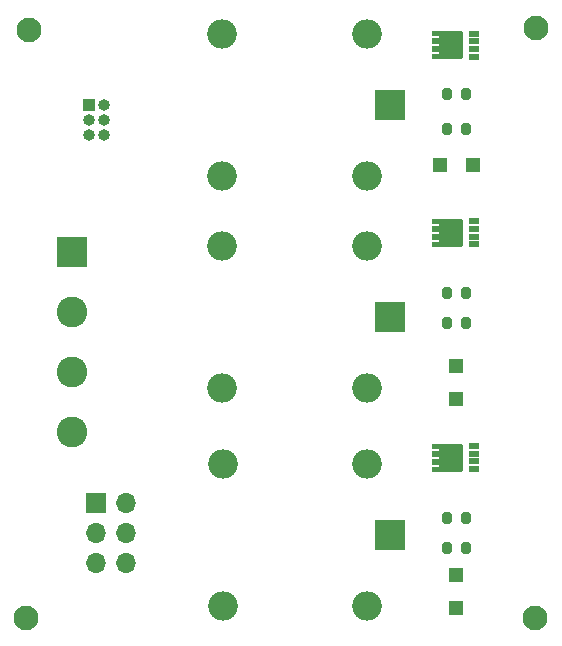
<source format=gbr>
%TF.GenerationSoftware,KiCad,Pcbnew,(6.0.4)*%
%TF.CreationDate,2022-03-29T09:37:11-06:00*%
%TF.ProjectId,luces_status,6c756365-735f-4737-9461-7475732e6b69,rev?*%
%TF.SameCoordinates,Original*%
%TF.FileFunction,Soldermask,Top*%
%TF.FilePolarity,Negative*%
%FSLAX46Y46*%
G04 Gerber Fmt 4.6, Leading zero omitted, Abs format (unit mm)*
G04 Created by KiCad (PCBNEW (6.0.4)) date 2022-03-29 09:37:11*
%MOMM*%
%LPD*%
G01*
G04 APERTURE LIST*
G04 Aperture macros list*
%AMRoundRect*
0 Rectangle with rounded corners*
0 $1 Rounding radius*
0 $2 $3 $4 $5 $6 $7 $8 $9 X,Y pos of 4 corners*
0 Add a 4 corners polygon primitive as box body*
4,1,4,$2,$3,$4,$5,$6,$7,$8,$9,$2,$3,0*
0 Add four circle primitives for the rounded corners*
1,1,$1+$1,$2,$3*
1,1,$1+$1,$4,$5*
1,1,$1+$1,$6,$7*
1,1,$1+$1,$8,$9*
0 Add four rect primitives between the rounded corners*
20,1,$1+$1,$2,$3,$4,$5,0*
20,1,$1+$1,$4,$5,$6,$7,0*
20,1,$1+$1,$6,$7,$8,$9,0*
20,1,$1+$1,$8,$9,$2,$3,0*%
%AMFreePoly0*
4,1,43,1.580355,1.210355,1.595000,1.175000,1.595000,0.775000,1.580355,0.739645,1.545000,0.725000,0.975000,0.725000,0.975000,0.575000,1.545000,0.575000,1.580355,0.560355,1.595000,0.525000,1.595000,0.125000,1.580355,0.089645,1.545000,0.075000,0.975000,0.075000,0.975000,-0.075000,1.545000,-0.075000,1.580355,-0.089645,1.595000,-0.125000,1.595000,-0.525000,1.580355,-0.560355,
1.545000,-0.575000,0.975000,-0.575000,0.975000,-0.725000,1.545000,-0.725000,1.580355,-0.739645,1.595000,-0.775000,1.595000,-1.175000,1.580355,-1.210355,1.545000,-1.225000,0.925000,-1.225000,0.889645,-1.210355,0.875000,-1.175000,-0.925000,-1.175000,-0.960355,-1.160355,-0.975000,-1.125000,-0.975000,1.125000,-0.960355,1.160355,-0.925000,1.175000,0.875000,1.175000,0.889645,1.210355,
0.925000,1.225000,1.545000,1.225000,1.580355,1.210355,1.580355,1.210355,$1*%
G04 Aperture macros list end*
%ADD10RoundRect,0.200000X-0.200000X-0.275000X0.200000X-0.275000X0.200000X0.275000X-0.200000X0.275000X0*%
%ADD11R,2.500000X2.500000*%
%ADD12O,2.500000X2.500000*%
%ADD13R,1.200000X1.200000*%
%ADD14C,2.100000*%
%ADD15R,2.600000X2.600000*%
%ADD16C,2.600000*%
%ADD17R,1.700000X1.700000*%
%ADD18O,1.700000X1.700000*%
%ADD19RoundRect,0.050000X0.415000X0.200000X-0.415000X0.200000X-0.415000X-0.200000X0.415000X-0.200000X0*%
%ADD20FreePoly0,180.000000*%
%ADD21RoundRect,0.200000X0.200000X0.275000X-0.200000X0.275000X-0.200000X-0.275000X0.200000X-0.275000X0*%
%ADD22R,1.000000X1.000000*%
%ADD23O,1.000000X1.000000*%
G04 APERTURE END LIST*
D10*
%TO.C,R4*%
X194755000Y-48260000D03*
X196405000Y-48260000D03*
%TD*%
%TO.C,R5*%
X194755000Y-69828957D03*
X196405000Y-69828957D03*
%TD*%
D11*
%TO.C,K1*%
X189985000Y-32370244D03*
D12*
X187985000Y-26370244D03*
X175785000Y-26370244D03*
X175785000Y-38370244D03*
X187985000Y-38370244D03*
%TD*%
D11*
%TO.C,K3*%
X190009215Y-68781388D03*
D12*
X188009215Y-62781388D03*
X175809215Y-62781388D03*
X175809215Y-74781388D03*
X188009215Y-74781388D03*
%TD*%
D13*
%TO.C,D3*%
X195580000Y-54480000D03*
X195580000Y-57280000D03*
%TD*%
D14*
%TO.C,REF\u002A\u002A*%
X202338543Y-25811192D03*
%TD*%
D15*
%TO.C,J3*%
X163030000Y-44835000D03*
D16*
X163030000Y-49915000D03*
X163030000Y-54995000D03*
X163030000Y-60075000D03*
%TD*%
D10*
%TO.C,R2*%
X194755000Y-31448827D03*
X196405000Y-31448827D03*
%TD*%
D17*
%TO.C,J2*%
X165100000Y-66040000D03*
D18*
X167640000Y-66040000D03*
X165100000Y-68580000D03*
X167640000Y-68580000D03*
X165100000Y-71120000D03*
X167640000Y-71120000D03*
%TD*%
D19*
%TO.C,Q1*%
X197115000Y-28265244D03*
X197115000Y-27615244D03*
X197115000Y-26965244D03*
X197115000Y-26315244D03*
D20*
X195175000Y-27290244D03*
%TD*%
D10*
%TO.C,R1*%
X194755000Y-34342659D03*
X196405000Y-34342659D03*
%TD*%
D13*
%TO.C,D5*%
X195580000Y-74908957D03*
X195580000Y-72108957D03*
%TD*%
D14*
%TO.C,REF\u002A\u002A*%
X202255774Y-75803359D03*
%TD*%
%TO.C,REF\u002A\u002A*%
X159133392Y-75803359D03*
%TD*%
D19*
%TO.C,Q2*%
X197115000Y-44155000D03*
X197115000Y-43505000D03*
X197115000Y-42855000D03*
X197115000Y-42205000D03*
D20*
X195175000Y-43180000D03*
%TD*%
D19*
%TO.C,Q3*%
X197115000Y-63183957D03*
X197115000Y-62533957D03*
X197115000Y-61883957D03*
X197115000Y-61233957D03*
D20*
X195175000Y-62208957D03*
%TD*%
D21*
%TO.C,R6*%
X196405000Y-67288957D03*
X194755000Y-67288957D03*
%TD*%
D13*
%TO.C,D1*%
X194180000Y-37450244D03*
X196980000Y-37450244D03*
%TD*%
D22*
%TO.C,J1*%
X164475000Y-32385000D03*
D23*
X165745000Y-32385000D03*
X164475000Y-33655000D03*
X165745000Y-33655000D03*
X164475000Y-34925000D03*
X165745000Y-34925000D03*
%TD*%
D11*
%TO.C,K2*%
X189985000Y-50295000D03*
D12*
X187985000Y-44295000D03*
X175785000Y-44295000D03*
X175785000Y-56295000D03*
X187985000Y-56295000D03*
%TD*%
D10*
%TO.C,R3*%
X194755000Y-50800000D03*
X196405000Y-50800000D03*
%TD*%
D14*
%TO.C,REF\u002A\u002A*%
X159385000Y-26035000D03*
%TD*%
M02*

</source>
